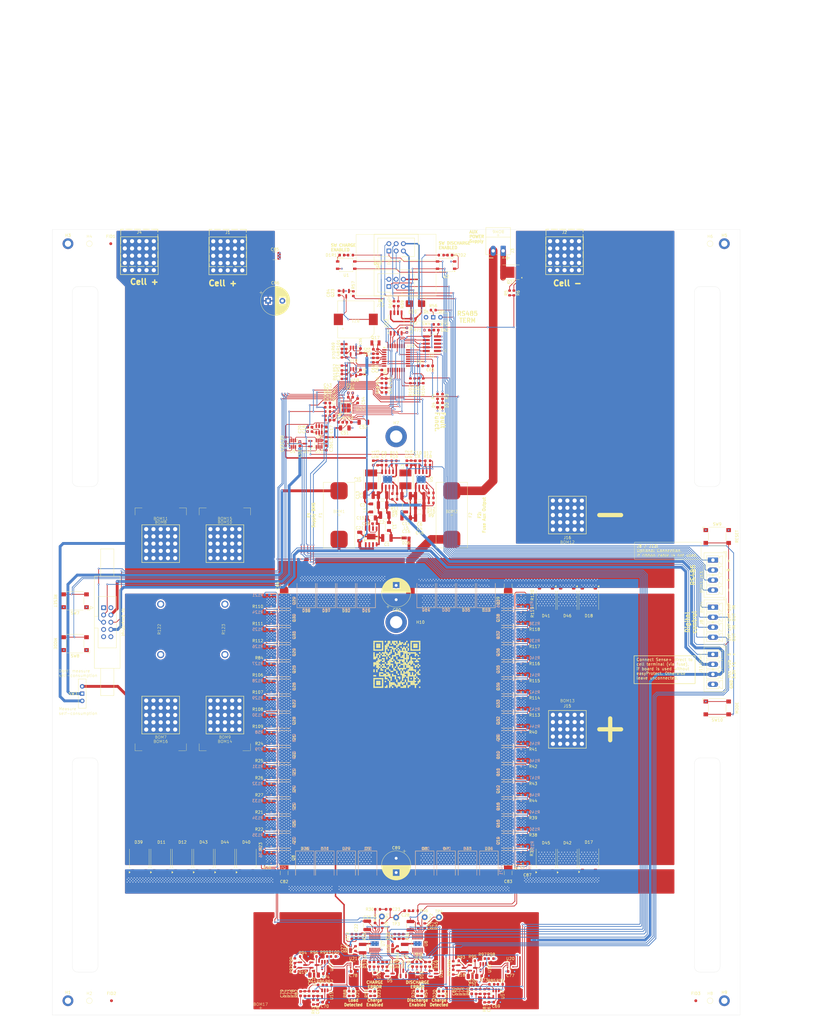
<source format=kicad_pcb>
(kicad_pcb
	(version 20241229)
	(generator "pcbnew")
	(generator_version "9.0")
	(general
		(thickness 1.74)
		(legacy_teardrops no)
	)
	(paper "A2" portrait)
	(layers
		(0 "F.Cu" signal)
		(4 "In1.Cu" signal)
		(6 "In2.Cu" signal)
		(8 "In3.Cu" signal)
		(10 "In4.Cu" signal)
		(2 "B.Cu" signal)
		(9 "F.Adhes" user "F.Adhesive")
		(11 "B.Adhes" user "B.Adhesive")
		(13 "F.Paste" user)
		(15 "B.Paste" user)
		(5 "F.SilkS" user "F.Silkscreen")
		(7 "B.SilkS" user "B.Silkscreen")
		(1 "F.Mask" user)
		(3 "B.Mask" user)
		(17 "Dwgs.User" user "User.Drawings")
		(19 "Cmts.User" user "User.Comments")
		(21 "Eco1.User" user "User.Eco1")
		(23 "Eco2.User" user "User.Eco2")
		(25 "Edge.Cuts" user)
		(27 "Margin" user)
		(31 "F.CrtYd" user "F.Courtyard")
		(29 "B.CrtYd" user "B.Courtyard")
		(35 "F.Fab" user)
		(33 "B.Fab" user)
		(39 "User.1" user)
		(41 "User.2" user "User.2 -Bemaßung")
		(43 "User.3" user "User.3 - Heatsink")
		(45 "User.4" user)
		(47 "User.5" user)
		(49 "User.6" user)
		(51 "User.7" user)
		(53 "User.8" user)
		(55 "User.9" user)
	)
	(setup
		(stackup
			(layer "F.SilkS"
				(type "Top Silk Screen")
			)
			(layer "F.Paste"
				(type "Top Solder Paste")
			)
			(layer "F.Mask"
				(type "Top Solder Mask")
				(color "Red")
				(thickness 0.01)
			)
			(layer "F.Cu"
				(type "copper")
				(thickness 0.07)
			)
			(layer "dielectric 1"
				(type "prepreg")
				(thickness 0.1)
				(material "FR4")
				(epsilon_r 4.5)
				(loss_tangent 0.02)
			)
			(layer "In1.Cu"
				(type "copper")
				(thickness 0.07)
			)
			(layer "dielectric 2"
				(type "core")
				(thickness 0.535)
				(material "FR4")
				(epsilon_r 4.5)
				(loss_tangent 0.02)
			)
			(layer "In2.Cu"
				(type "copper")
				(thickness 0.07)
			)
			(layer "dielectric 3"
				(type "prepreg")
				(thickness 0.1)
				(material "FR4")
				(epsilon_r 4.5)
				(loss_tangent 0.02)
			)
			(layer "In3.Cu"
				(type "copper")
				(thickness 0.035)
			)
			(layer "dielectric 4"
				(type "core")
				(thickness 0.535)
				(material "FR4")
				(epsilon_r 4.5)
				(loss_tangent 0.02)
			)
			(layer "In4.Cu"
				(type "copper")
				(thickness 0.035)
			)
			(layer "dielectric 5"
				(type "prepreg")
				(thickness 0.1)
				(material "FR4")
				(epsilon_r 4.5)
				(loss_tangent 0.02)
			)
			(layer "B.Cu"
				(type "copper")
				(thickness 0.07)
			)
			(layer "B.Mask"
				(type "Bottom Solder Mask")
				(color "Red")
				(thickness 0.01)
			)
			(layer "B.Paste"
				(type "Bottom Solder Paste")
			)
			(layer "B.SilkS"
				(type "Bottom Silk Screen")
			)
			(copper_finish "None")
			(dielectric_constraints no)
		)
		(pad_to_mask_clearance 0)
		(allow_soldermask_bridges_in_footprints no)
		(tenting front back)
		(aux_axis_origin 52.5 395)
		(grid_origin 173 120)
		(pcbplotparams
			(layerselection 0x00000000_00000000_55555555_5755f5ff)
			(plot_on_all_layers_selection 0x00000000_00000000_00000000_00000000)
			(disableapertmacros no)
			(usegerberextensions no)
			(usegerberattributes yes)
			(usegerberadvancedattributes yes)
			(creategerberjobfile yes)
			(dashed_line_dash_ratio 12.000000)
			(dashed_line_gap_ratio 3.000000)
			(svgprecision 4)
			(plotframeref no)
			(mode 1)
			(useauxorigin no)
			(hpglpennumber 1)
			(hpglpenspeed 20)
			(hpglpendiameter 15.000000)
			(pdf_front_fp_property_popups yes)
			(pdf_back_fp_property_popups yes)
			(pdf_metadata yes)
			(pdf_single_document no)
			(dxfpolygonmode yes)
			(dxfimperialunits yes)
			(dxfusepcbnewfont yes)
			(psnegative no)
			(psa4output no)
			(plot_black_and_white yes)
			(plotinvisibletext no)
			(sketchpadsonfab no)
			(plotpadnumbers no)
			(hidednponfab no)
			(sketchdnponfab yes)
			(crossoutdnponfab yes)
			(subtractmaskfromsilk no)
			(outputformat 1)
			(mirror no)
			(drillshape 1)
			(scaleselection 1)
			(outputdirectory "")
		)
	)
	(net 0 "")
	(net 1 "Net-(D1-K)")
	(net 2 "GND")
	(net 3 "Net-(D2-K)")
	(net 4 "VCC")
	(net 5 "Net-(D1-A)")
	(net 6 "BAT+CONTROLED")
	(net 7 "Net-(C10-Pad1)")
	(net 8 "5V5")
	(net 9 "Net-(U3-SS)")
	(net 10 "5V0")
	(net 11 "VREF")
	(net 12 "/ps/in")
	(net 13 "Net-(J3-2)")
	(net 14 "/greenMeter/ISENSE_FAST+")
	(net 15 "/greenMeter/ISENSE_PREZ+")
	(net 16 "/greenMeter/ISENSE_PREZ-")
	(net 17 "Net-(Q4-G)")
	(net 18 "/greenMeter/ISENSE_FAST-")
	(net 19 "Net-(Q5-G)")
	(net 20 "Net-(Q6-G)")
	(net 21 "Net-(Q7-G)")
	(net 22 "Net-(Q8-G)")
	(net 23 "Net-(U18-+IN)")
	(net 24 "Net-(D4-A)")
	(net 25 "Net-(J3-1)")
	(net 26 "/greenMeter/RS485_D")
	(net 27 "Net-(U19-+IN)")
	(net 28 "Net-(U22-CAPN)")
	(net 29 "/greenMeter/RS485_R")
	(net 30 "/greenMeter/SPI1_MOSI")
	(net 31 "/greenMeter/ADC_START")
	(net 32 "/greenMeter/SPI1_MISO")
	(net 33 "/greenMeter/ADC_DRDY")
	(net 34 "/greenMeter/ADC_RESET")
	(net 35 "/greenMeter/ADC_CS")
	(net 36 "/greenMeter/SPI1_SCK")
	(net 37 "/OVP_IN")
	(net 38 "/chargeControl/SNS+")
	(net 39 "/chargeControl/SNS-")
	(net 40 "/LVP_IN")
	(net 41 "/OVP_OUT")
	(net 42 "/LVP_OUT")
	(net 43 "Net-(Q1-G)")
	(net 44 "Net-(Q2-G)")
	(net 45 "Net-(Q3-G)")
	(net 46 "/greenMeter/CHARGE_ENABLED")
	(net 47 "/greenMeter/DISCHARGE_ENABLED")
	(net 48 "/greenMeter/AUX_EN")
	(net 49 "/greenMeter/ISENSE+")
	(net 50 "/greenMeter/ISENSE-")
	(net 51 "/greenMeter/SWCLK")
	(net 52 "/switchControl/CHG_DETECTED")
	(net 53 "Net-(U16--)")
	(net 54 "/switchControl/LOAD_DETECTED")
	(net 55 "unconnected-(J7-Pin_7-Pad7)")
	(net 56 "/greenMeter/USENSE_SHUNT_BUF")
	(net 57 "/greenMeter/USENSE+_BUF")
	(net 58 "/greenMeter/SWDIO")
	(net 59 "/CHARGE_CONTROL")
	(net 60 "Net-(Q22-G)")
	(net 61 "Net-(U12-PA10{slash}NC)")
	(net 62 "Net-(Q13-G)")
	(net 63 "Net-(Q14-G)")
	(net 64 "Net-(Q15-G)")
	(net 65 "Net-(Q16-G)")
	(net 66 "/BUS_+5V")
	(net 67 "Net-(U4-VIN)")
	(net 68 "Net-(U4-BST)")
	(net 69 "Net-(U4-SW)")
	(net 70 "Net-(U5-SW)")
	(net 71 "Net-(U5-BST)")
	(net 72 "Net-(C11-Pad1)")
	(net 73 "Net-(U4-FB)")
	(net 74 "Net-(U5-FB)")
	(net 75 "Net-(C11-Pad2)")
	(net 76 "Net-(C12-Pad2)")
	(net 77 "Net-(U6-FILTER)")
	(net 78 "Net-(U7-SNS-)")
	(net 79 "Net-(C23-Pad1)")
	(net 80 "Net-(U7-TIMER)")
	(net 81 "Net-(U8-SNS-)")
	(net 82 "Net-(U8-TIMER)")
	(net 83 "Net-(U22-CAPP)")
	(net 84 "Net-(U12-PC14)")
	(net 85 "Net-(U12-PC15)")
	(net 86 "Net-(U12-PC6)")
	(net 87 "Net-(Q20-C)")
	(net 88 "Net-(Q21-C)")
	(net 89 "Net-(D2-A)")
	(net 90 "Net-(D3-A)")
	(net 91 "/BUS_GND")
	(net 92 "/BUS_B")
	(net 93 "Net-(D10-K)")
	(net 94 "Net-(D16-K)")
	(net 95 "Net-(D20-A)")
	(net 96 "Net-(D21-A)")
	(net 97 "/BUS_A")
	(net 98 "/chargeControl/vcc_int")
	(net 99 "/dischargeControl/vcc_int")
	(net 100 "unconnected-(D5-NC-Pad2)")
	(net 101 "unconnected-(D22-NC-Pad2)")
	(net 102 "Net-(Q9-G)")
	(net 103 "Net-(Q10-G)")
	(net 104 "Net-(Q11-G)")
	(net 105 "Net-(Q12-G)")
	(net 106 "Net-(U4-EN{slash}UVLO)")
	(net 107 "Net-(U5-EN{slash}UVLO)")
	(net 108 "Net-(U4-RON)")
	(net 109 "Net-(U5-RON)")
	(net 110 "Net-(U7-ISET)")
	(net 111 "Net-(U7-TGUP)")
	(net 112 "Net-(U7-VCCUV)")
	(net 113 "Net-(U8-ISET)")
	(net 114 "Net-(U8-TGUP)")
	(net 115 "Net-(U8-VCCUV)")
	(net 116 "Net-(U15-+)")
	(net 117 "Net-(U14-+)")
	(net 118 "Net-(U14--)")
	(net 119 "Net-(Q18-B)")
	(net 120 "Net-(Q19-B)")
	(net 121 "Net-(Q18-C)")
	(net 122 "Net-(Q19-C)")
	(net 123 "Net-(U17--)")
	(net 124 "Net-(U7-IMON)")
	(net 125 "Net-(U8-IMON)")
	(net 126 "Net-(U11-V_{OUT})")
	(net 127 "Net-(U16-Pad1)")
	(net 128 "Net-(U17-Pad1)")
	(net 129 "/LOAD_CONTROL")
	(net 130 "/chargeControl/SWITCH_OUT")
	(net 131 "/chargeControl/BST")
	(net 132 "/dischargeControl/BST")
	(net 133 "/U_SENSE+")
	(net 134 "/greenMeter/LVP_SENSE_DIV")
	(net 135 "/greenMeter/OVP_SENSE_DIV")
	(net 136 "Net-(D23-A)")
	(net 137 "Net-(D24-A)")
	(net 138 "/B+Terminal")
	(net 139 "Net-(SW3-B)")
	(net 140 "Net-(BZ1--)")
	(net 141 "/greenMeter/Buzzer")
	(net 142 "/chargeControl/~{Fault}")
	(net 143 "R2{slash}COM")
	(net 144 "Net-(Q23-B)")
	(net 145 "/dischargeControl/~{Fault}")
	(net 146 "Net-(U15--)")
	(net 147 "Net-(U22-REFOUT)")
	(net 148 "Net-(U22-BYPASS)")
	(net 149 "Net-(U13-A)")
	(net 150 "Net-(U13-B)")
	(net 151 "unconnected-(U22-NC-7-Pad25)")
	(net 152 "unconnected-(U22-NC-6-Pad24)")
	(net 153 "unconnected-(U22-NC-8-Pad26)")
	(net 154 "unconnected-(U22-NC-3-Pad21)")
	(net 155 "unconnected-(U22-NC-4-Pad22)")
	(net 156 "unconnected-(U22-NC-9-Pad27)")
	(net 157 "unconnected-(U22-NC-2-Pad20)")
	(net 158 "unconnected-(U22-NC-1-Pad19)")
	(net 159 "unconnected-(U22-NC-5-Pad23)")
	(net 160 "Net-(C28-Pad1)")
	(net 161 "unconnected-(H1-Pad1)")
	(net 162 "unconnected-(H3-Pad1)")
	(net 163 "unconnected-(H5-Pad1)")
	(net 164 "unconnected-(H9-Pad1)")
	(net 165 "Net-(R55-Pad2)")
	(net 166 "Net-(R62-Pad2)")
	(net 167 "~{OC_FAULT}")
	(net 168 "Net-(SW4-B)")
	(net 169 "unconnected-(SW4-A-Pad3)")
	(net 170 "Net-(D26-K)")
	(net 171 "Net-(D27-K)")
	(net 172 "Net-(D28-K)")
	(net 173 "/p_good")
	(net 174 "Net-(U7-VIN)")
	(net 175 "Net-(U8-VIN)")
	(net 176 "Net-(Q24-G)")
	(net 177 "Net-(Q25-G)")
	(net 178 "Net-(Q26-G)")
	(net 179 "Net-(Q27-G)")
	(net 180 "Net-(Q28-G)")
	(net 181 "Net-(Q29-G)")
	(net 182 "Net-(Q30-G)")
	(net 183 "Net-(Q31-G)")
	(net 184 "Net-(Q32-G)")
	(net 185 "Net-(Q33-G)")
	(net 186 "Net-(Q34-G)")
	(net 187 "Net-(Q35-G)")
	(net 188 "Net-(Q36-G)")
	(net 189 "Net-(Q37-G)")
	(net 190 "Net-(Q38-G)")
	(net 191 "Net-(Q39-G)")
	(net 192 "SWITCH_IN")
	(net 193 "Net-(Q40-G)")
	(net 194 "Net-(Q41-G)")
	(net 195 "Net-(Q42-G)")
	(net 196 "Net-(Q43-G)")
	(net 197 "Net-(Q44-G)")
	(net 198 "Net-(Q45-G)")
	(net 199 "Net-(Q46-G)")
	(net 200 "Net-(Q47-G)")
	(net 201 "Net-(Q48-G)")
	(net 202 "Net-(Q49-G)")
	(net 203 "Net-(Q50-G)")
	(net 204 "Net-(Q51-G)")
	(net 205 "Net-(Q52-G)")
	(net 206 "Net-(Q53-G)")
	(net 207 "Net-(Q54-G)")
	(net 208 "Net-(Q55-G)")
	(net 209 "Net-(Q56-G)")
	(net 210 "Net-(Q57-G)")
	(net 211 "Net-(Q58-G)")
	(net 212 "Net-(Q59-G)")
	(net 213 "Net-(Q60-G)")
	(net 214 "Net-(Q61-G)")
	(net 215 "Net-(Q62-G)")
	(net 216 "Net-(Q63-G)")
	(net 217 "Net-(Q64-G)")
	(net 218 "Net-(Q65-G)")
	(net 219 "Net-(Q66-G)")
	(net 220 "Net-(Q67-G)")
	(net 221 "Net-(Q68-G)")
	(net 222 "Net-(Q69-G)")
	(net 223 "Net-(Q70-G)")
	(net 224 "Net-(Q71-G)")
	(net 225 "/chargeControl/vg")
	(net 226 "/dischargeControl/vg")
	(net 227 "unconnected-(H7-Pad1)")
	(net 228 "unconnected-(H10-Pad1)")
	(footprint "Connector_Pin:Pin_D1.0mm_L10.0mm" (layer "F.Cu") (at 168 360.5))
	(footprint "Diode_SMD:D_SMC" (layer "F.Cu") (at 141 342.5 -90))
	(footprint "Resistor_SMD:R_0603_1608Metric" (layer "F.Cu") (at 195.75 376 180))
	(footprint "Connector_PinHeader_1.27mm:PinHeader_2x05_P1.27mm_Vertical_SMD" (layer "F.Cu") (at 185.5 160 180))
	(footprint "Capacitor_SMD:C_1210_3225Metric" (layer "F.Cu") (at 162.875 363.625 -90))
	(footprint "Resistor_SMD:R_0603_1608Metric" (layer "F.Cu") (at 145.5 387.5 90))
	(footprint "Resistor_SMD:R_0603_1608Metric" (layer "F.Cu") (at 155.5 168.5 -90))
	(footprint "Resistor_SMD:R_0603_1608Metric" (layer "F.Cu") (at 168 173 90))
	(footprint "Resistor_SMD:R_0603_1608Metric" (layer "F.Cu") (at 127.75 258))
	(footprint "Resistor_SMD:R_0603_1608Metric" (layer "F.Cu") (at 203.25 375.25))
	(footprint "Capacitor_SMD:C_0603_1608Metric" (layer "F.Cu") (at 168 170 -90))
	(footprint "Diode_SMD:D_SMC" (layer "F.Cu") (at 198 342.5 -90))
	(footprint "Resistor_SMD:R_0603_1608Metric" (layer "F.Cu") (at 214.25 142.25 -90))
	(footprint "Capacitor_THT:CP_Radial_D10.0mm_P5.00mm" (layer "F.Cu") (at 173 249.617677 90))
	(footprint "Resistor_SMD:R_0603_1608Metric" (layer "F.Cu") (at 218.25 338 180))
	(footprint "myConnector:IDC-Header_2x05_P2.54mm_Latch9.5mm_Vertical" (layer "F.Cu") (at 70.5 252.42))
	(footprint "Capacitor_SMD:C_0603_1608Metric" (layer "F.Cu") (at 165 162.75 90))
	(footprint "Resistor_SMD:R_0603_1608Metric" (layer "F.Cu") (at 149 182.25))
	(footprint "Package_TO_SOT_SMD:TO-252-2" (layer "F.Cu") (at 240.5 250 -90))
	(footprint "Capacitor_SMD:C_0603_1608Metric" (layer "F.Cu") (at 153.5 187.5))
	(footprint "Resistor_SMD:R_0603_1608Metric" (layer "F.Cu") (at 144 390.5 90))
	(footprint "Capacitor_SMD:C_0603_1608Metric" (layer "F.Cu") (at 179 151.25 180))
	(footprint "Package_SO:SOIC-8_5.3x5.3mm_P1.27mm"
		(layer "F.Cu")
		(uuid "174c734c-786f-43cc-91b8-b4e4b184370e")
		(at 173 152.75 90)
		(descr "SOIC, 8 Pin (JEITA/EIAJ 08-001-BBA and Atmel/Microchip, 208 mils width, https://www.jeita.or.jp/japanese/standard/book/ED-7311-19/#target/page_no=21, https://ww1.microchip.com/downloads/en/DeviceDoc/20005045C.pdf#page=23, https://ww1.microchip.com/downloads/en/DeviceDoc/doc2535.pdf#page=162), generated with kicad-footprint-generator ipc_gullwing_generator.py")
		(tags "SOIC SO P-SOP SOP SOP-8 SO SO-8 8S2 S2AE/F K04-056 CASE-751BE SO8W 8-Pin-SOIC PSA W8-2 W8-4 W8MS-1")
		(property "Reference" "U13"
			(at 0 -3.6 90)
			(layer "F.SilkS")
			(uuid "b08b2d4a-421c-4176-b474-f51f0e9e6a86")
			(effects
				(font
					(size 1 1)
					(thickness 0.15)
				)
			)
		)
		(property "Value" "MAX22025FAWA+"
			(at 0 3.6 90)
			(layer "F.Fab")
			(uuid "fd51aa9c-2231-4e91-8401-d9de4364b762")
			(effects
				(font
					(size 1 1)
					(thickness 0.15)
				)
			)
		)
		(property "Datasheet" "https://www.analog.com/media/en/technical-documentation/data-sheets/MAX22025-MAX22028F.pdf"
			(at 0 0 90)
			(layer "F.Fab")
			(hide yes)
			(uuid "78f19867-6e2f-4b70-a259-2737f3a1a60d")
			(effects
				(font
					(size 1.27 1.27)
					(thickness 0.15)
				)
			)
		)
		(property "Description" "MAX22025FAWA+ TREIBER/ISOLIERT/SOIC-Wide-8 SMD"
			(at 0 0 90)
			(layer "F.Fab")
			(hide yes)
			(uuid "418cbb35-34f1-4c38-9fae-705e5029a984")
			(effects
				(font
					(size 1.27 1.27)
					(thickness 0.15)
				)
			)
		)
		(property "Field-1" ""
			(at 0 0 90)
			(unlocked yes)
			(layer "F.Fab")
			(hide yes)
			(uuid "edd8044c-1ad7-4292-9542-93f4173a4d5b")
			(effects
				(font
					(size 1 1)
					(thickness 0.15)
				)
			)
		)
		(property "Sim.Device" ""
			(at 0 0 90)
			(unlocked yes)
			(layer "F.Fab")
			(hide yes)
			(uuid "42ca892b-d5fc-4b9b-bdab-b5ddb448ffed")
			(effects
				(font
					(size 1 1)
					(thickness 0.15)
				)
			)
		)
		(property "Sim.Pins" ""
			(at 0 0 90)
			(unlocked yes)
			(layer "F.Fab")
			(hide yes)
			(uuid "38ee2d5a-400c-4a43-b497-3cb6b124e05d")
			(effects
				(font
					(size 1 1)
					(thickness 0.15)
				)
			)
		)
		(property "ECS Art#" "IC375"
			(at 0 0 90)
			(unlocked yes)
			(layer "F.Fab")
			(hide yes)
			(uuid "f869447e-cebf-4b87-89c8-4e604106eb89")
			(effects
				(font
					(size 1 1)
					(thickness 0.15)
				)
			)
		)
		(property "HAN" "MAX22025FAWA+"
			(at 0 0 90)
			(unlocked yes)
			(layer "F.Fab")
			(hide yes)
			(uuid "f0bc55a6-d8bc-47e3-a988-1558922d1c0d")
			(effects
				(font
					(size 1 1)
					(thickness 0.15)
				)
			)
		)
		(property "Hersteller" "Analog Devices"
			(at 0 0 90)
			(unlocked yes)
			(layer "F.Fab")
			(hide yes)
			(uuid "b686398a-4f23-4fa9-b5e3-97805c848c68")
			(effects
				(font
					(size 1 1)
					(thickness 0.15)
				)
			)
		)
		(property "Voltage" ""
			(at 0 0 90)
			(unlocked yes)
			(layer "F.Fab")
			(hide yes)
			(uuid "2a6c2790-ea73-4024-b95f-83377cd246df")
			(effe
... [5450970 chars truncated]
</source>
